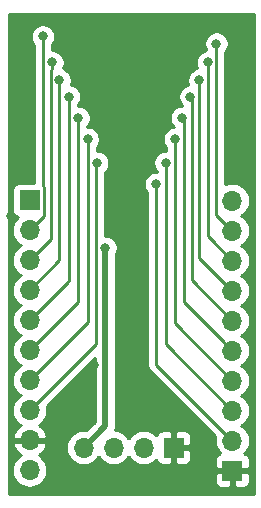
<source format=gbr>
G04 #@! TF.GenerationSoftware,KiCad,Pcbnew,(5.1.4-0)*
G04 #@! TF.CreationDate,2021-09-04T14:31:52+08:00*
G04 #@! TF.ProjectId,esp32-c3-breakout,65737033-322d-4633-932d-627265616b6f,V1.0*
G04 #@! TF.SameCoordinates,Original*
G04 #@! TF.FileFunction,Copper,L2,Bot*
G04 #@! TF.FilePolarity,Positive*
%FSLAX46Y46*%
G04 Gerber Fmt 4.6, Leading zero omitted, Abs format (unit mm)*
G04 Created by KiCad (PCBNEW (5.1.4-0)) date 2021-09-04 14:31:52*
%MOMM*%
%LPD*%
G04 APERTURE LIST*
%ADD10R,1.700000X1.700000*%
%ADD11O,1.700000X1.700000*%
%ADD12C,0.800000*%
%ADD13C,0.500000*%
%ADD14C,0.250000*%
%ADD15C,0.254000*%
G04 APERTURE END LIST*
D10*
X199390000Y-84455000D03*
D11*
X199390000Y-86995000D03*
X199390000Y-89535000D03*
X199390000Y-92075000D03*
X199390000Y-94615000D03*
X199390000Y-97155000D03*
X199390000Y-99695000D03*
X199390000Y-102235000D03*
X199390000Y-104775000D03*
X199390000Y-107315000D03*
X216535000Y-84492000D03*
X216535000Y-87032000D03*
X216535000Y-89572000D03*
X216535000Y-92112000D03*
X216535000Y-94652000D03*
X216535000Y-97192000D03*
X216535000Y-99732000D03*
X216535000Y-102272000D03*
X216535000Y-104812000D03*
D10*
X216535000Y-107352000D03*
X211582000Y-105410000D03*
D11*
X209042000Y-105410000D03*
X206502000Y-105410000D03*
X203962000Y-105410000D03*
D12*
X199200000Y-82300000D03*
X203000000Y-69500000D03*
X206000000Y-69500000D03*
X209000000Y-69500000D03*
X214500000Y-69500000D03*
X206200000Y-82200000D03*
X207851000Y-91899000D03*
X201800000Y-103600000D03*
X213600000Y-103600000D03*
X210000000Y-99900000D03*
X204800000Y-98400000D03*
X209300000Y-82200000D03*
X209100000Y-72300000D03*
X209000000Y-79000000D03*
X211800000Y-69500000D03*
X201700000Y-109100000D03*
X213800000Y-109100000D03*
X207800000Y-109100000D03*
X216800000Y-82300000D03*
X218100000Y-85800000D03*
X197800000Y-85800000D03*
X205800000Y-88500000D03*
X200500000Y-70600000D03*
X205100000Y-81300000D03*
X201300000Y-72800000D03*
X201900000Y-74300000D03*
X202700000Y-75700000D03*
X203500000Y-77500000D03*
X204300000Y-79300000D03*
X215200000Y-71200000D03*
X214475000Y-72800000D03*
X213750000Y-74300000D03*
X213000000Y-75700000D03*
X212300000Y-77500000D03*
X211700000Y-79300000D03*
X210900000Y-81300000D03*
X210100000Y-83100000D03*
D13*
X205800000Y-103572000D02*
X203962000Y-105410000D01*
X205800000Y-88500000D02*
X205800000Y-103572000D01*
D14*
X200239999Y-86145001D02*
X199390000Y-86995000D01*
X200565001Y-85819999D02*
X200239999Y-86145001D01*
X200565001Y-83344999D02*
X200565001Y-85819999D01*
X200500001Y-83279999D02*
X200565001Y-83344999D01*
X200500000Y-70600000D02*
X200500001Y-83279999D01*
X200239999Y-101385001D02*
X199390000Y-102235000D01*
X205000000Y-96625000D02*
X199390000Y-102235000D01*
X205000000Y-81300000D02*
X205000000Y-96625000D01*
X201200000Y-87725000D02*
X199390000Y-89535000D01*
X201174999Y-87699999D02*
X201200000Y-87725000D01*
X201174999Y-73690686D02*
X201174999Y-87699999D01*
X201200000Y-73665685D02*
X201174999Y-73690686D01*
X201200000Y-73465685D02*
X201200000Y-73665685D01*
X201300000Y-73365685D02*
X201200000Y-73465685D01*
X201300000Y-72800000D02*
X201300000Y-73365685D01*
X201900000Y-89565000D02*
X201900000Y-74300000D01*
X199390000Y-92075000D02*
X201900000Y-89565000D01*
X202600000Y-91405000D02*
X199390000Y-94615000D01*
X202700000Y-75700000D02*
X202700000Y-91305000D01*
X203500000Y-93045000D02*
X199390000Y-97155000D01*
X203500000Y-77500000D02*
X203500000Y-93045000D01*
X204200000Y-94885000D02*
X204092500Y-94992500D01*
X204300000Y-94785000D02*
X199390000Y-99695000D01*
X204300000Y-79300000D02*
X204300000Y-94785000D01*
X215200000Y-85697000D02*
X216535000Y-87032000D01*
X215200000Y-71200000D02*
X215200000Y-85697000D01*
X214475000Y-87512000D02*
X214831500Y-87868500D01*
X214475000Y-72800000D02*
X214475000Y-87512000D01*
X216535000Y-89572000D02*
X214831500Y-87868500D01*
X213750000Y-89327000D02*
X213750000Y-74300000D01*
X216535000Y-92112000D02*
X213750000Y-89327000D01*
X213100000Y-91217000D02*
X216535000Y-94652000D01*
X213100000Y-75700000D02*
X213100000Y-91217000D01*
X212425001Y-93082001D02*
X215685001Y-96342001D01*
X215685001Y-96342001D02*
X216535000Y-97192000D01*
X212425001Y-77525001D02*
X212425001Y-93082001D01*
X212400000Y-77500000D02*
X212425001Y-77525001D01*
X211700000Y-94897000D02*
X216535000Y-99732000D01*
X211700000Y-79300000D02*
X211700000Y-94897000D01*
X210900000Y-96637000D02*
X216535000Y-102272000D01*
X210900000Y-81300000D02*
X210900000Y-96637000D01*
X210100000Y-98377000D02*
X216535000Y-104812000D01*
X210100000Y-83100000D02*
X210100000Y-98377000D01*
D15*
G36*
X218340000Y-109340000D02*
G01*
X197660000Y-109340000D01*
X197660000Y-107315000D01*
X197897815Y-107315000D01*
X197926487Y-107606111D01*
X198011401Y-107886034D01*
X198149294Y-108144014D01*
X198334866Y-108370134D01*
X198560986Y-108555706D01*
X198818966Y-108693599D01*
X199098889Y-108778513D01*
X199317050Y-108800000D01*
X199462950Y-108800000D01*
X199681111Y-108778513D01*
X199961034Y-108693599D01*
X200219014Y-108555706D01*
X200445134Y-108370134D01*
X200583118Y-108202000D01*
X215046928Y-108202000D01*
X215059188Y-108326482D01*
X215095498Y-108446180D01*
X215154463Y-108556494D01*
X215233815Y-108653185D01*
X215330506Y-108732537D01*
X215440820Y-108791502D01*
X215560518Y-108827812D01*
X215685000Y-108840072D01*
X216249250Y-108837000D01*
X216408000Y-108678250D01*
X216408000Y-107479000D01*
X216662000Y-107479000D01*
X216662000Y-108678250D01*
X216820750Y-108837000D01*
X217385000Y-108840072D01*
X217509482Y-108827812D01*
X217629180Y-108791502D01*
X217739494Y-108732537D01*
X217836185Y-108653185D01*
X217915537Y-108556494D01*
X217974502Y-108446180D01*
X218010812Y-108326482D01*
X218023072Y-108202000D01*
X218020000Y-107637750D01*
X217861250Y-107479000D01*
X216662000Y-107479000D01*
X216408000Y-107479000D01*
X215208750Y-107479000D01*
X215050000Y-107637750D01*
X215046928Y-108202000D01*
X200583118Y-108202000D01*
X200630706Y-108144014D01*
X200768599Y-107886034D01*
X200853513Y-107606111D01*
X200882185Y-107315000D01*
X200853513Y-107023889D01*
X200768599Y-106743966D01*
X200630706Y-106485986D01*
X200445134Y-106259866D01*
X200219014Y-106074294D01*
X200154477Y-106039799D01*
X200271355Y-105970178D01*
X200487588Y-105775269D01*
X200661641Y-105541920D01*
X200786825Y-105279099D01*
X200831476Y-105131890D01*
X200710155Y-104902000D01*
X199517000Y-104902000D01*
X199517000Y-104922000D01*
X199263000Y-104922000D01*
X199263000Y-104902000D01*
X198069845Y-104902000D01*
X197948524Y-105131890D01*
X197993175Y-105279099D01*
X198118359Y-105541920D01*
X198292412Y-105775269D01*
X198508645Y-105970178D01*
X198625523Y-106039799D01*
X198560986Y-106074294D01*
X198334866Y-106259866D01*
X198149294Y-106485986D01*
X198011401Y-106743966D01*
X197926487Y-107023889D01*
X197897815Y-107315000D01*
X197660000Y-107315000D01*
X197660000Y-86995000D01*
X197897815Y-86995000D01*
X197926487Y-87286111D01*
X198011401Y-87566034D01*
X198149294Y-87824014D01*
X198334866Y-88050134D01*
X198560986Y-88235706D01*
X198615791Y-88265000D01*
X198560986Y-88294294D01*
X198334866Y-88479866D01*
X198149294Y-88705986D01*
X198011401Y-88963966D01*
X197926487Y-89243889D01*
X197897815Y-89535000D01*
X197926487Y-89826111D01*
X198011401Y-90106034D01*
X198149294Y-90364014D01*
X198334866Y-90590134D01*
X198560986Y-90775706D01*
X198615791Y-90805000D01*
X198560986Y-90834294D01*
X198334866Y-91019866D01*
X198149294Y-91245986D01*
X198011401Y-91503966D01*
X197926487Y-91783889D01*
X197897815Y-92075000D01*
X197926487Y-92366111D01*
X198011401Y-92646034D01*
X198149294Y-92904014D01*
X198334866Y-93130134D01*
X198560986Y-93315706D01*
X198615791Y-93345000D01*
X198560986Y-93374294D01*
X198334866Y-93559866D01*
X198149294Y-93785986D01*
X198011401Y-94043966D01*
X197926487Y-94323889D01*
X197897815Y-94615000D01*
X197926487Y-94906111D01*
X198011401Y-95186034D01*
X198149294Y-95444014D01*
X198334866Y-95670134D01*
X198560986Y-95855706D01*
X198615791Y-95885000D01*
X198560986Y-95914294D01*
X198334866Y-96099866D01*
X198149294Y-96325986D01*
X198011401Y-96583966D01*
X197926487Y-96863889D01*
X197897815Y-97155000D01*
X197926487Y-97446111D01*
X198011401Y-97726034D01*
X198149294Y-97984014D01*
X198334866Y-98210134D01*
X198560986Y-98395706D01*
X198615791Y-98425000D01*
X198560986Y-98454294D01*
X198334866Y-98639866D01*
X198149294Y-98865986D01*
X198011401Y-99123966D01*
X197926487Y-99403889D01*
X197897815Y-99695000D01*
X197926487Y-99986111D01*
X198011401Y-100266034D01*
X198149294Y-100524014D01*
X198334866Y-100750134D01*
X198560986Y-100935706D01*
X198615791Y-100965000D01*
X198560986Y-100994294D01*
X198334866Y-101179866D01*
X198149294Y-101405986D01*
X198011401Y-101663966D01*
X197926487Y-101943889D01*
X197897815Y-102235000D01*
X197926487Y-102526111D01*
X198011401Y-102806034D01*
X198149294Y-103064014D01*
X198334866Y-103290134D01*
X198560986Y-103475706D01*
X198625523Y-103510201D01*
X198508645Y-103579822D01*
X198292412Y-103774731D01*
X198118359Y-104008080D01*
X197993175Y-104270901D01*
X197948524Y-104418110D01*
X198069845Y-104648000D01*
X199263000Y-104648000D01*
X199263000Y-104628000D01*
X199517000Y-104628000D01*
X199517000Y-104648000D01*
X200710155Y-104648000D01*
X200831476Y-104418110D01*
X200786825Y-104270901D01*
X200661641Y-104008080D01*
X200487588Y-103774731D01*
X200271355Y-103579822D01*
X200154477Y-103510201D01*
X200219014Y-103475706D01*
X200445134Y-103290134D01*
X200630706Y-103064014D01*
X200768599Y-102806034D01*
X200853513Y-102526111D01*
X200882185Y-102235000D01*
X200853513Y-101943889D01*
X200830797Y-101869004D01*
X204915001Y-97784801D01*
X204915001Y-103205420D01*
X204181034Y-103939388D01*
X204034950Y-103925000D01*
X203889050Y-103925000D01*
X203670889Y-103946487D01*
X203390966Y-104031401D01*
X203132986Y-104169294D01*
X202906866Y-104354866D01*
X202721294Y-104580986D01*
X202583401Y-104838966D01*
X202498487Y-105118889D01*
X202469815Y-105410000D01*
X202498487Y-105701111D01*
X202583401Y-105981034D01*
X202721294Y-106239014D01*
X202906866Y-106465134D01*
X203132986Y-106650706D01*
X203390966Y-106788599D01*
X203670889Y-106873513D01*
X203889050Y-106895000D01*
X204034950Y-106895000D01*
X204253111Y-106873513D01*
X204533034Y-106788599D01*
X204791014Y-106650706D01*
X205017134Y-106465134D01*
X205202706Y-106239014D01*
X205232000Y-106184209D01*
X205261294Y-106239014D01*
X205446866Y-106465134D01*
X205672986Y-106650706D01*
X205930966Y-106788599D01*
X206210889Y-106873513D01*
X206429050Y-106895000D01*
X206574950Y-106895000D01*
X206793111Y-106873513D01*
X207073034Y-106788599D01*
X207331014Y-106650706D01*
X207557134Y-106465134D01*
X207742706Y-106239014D01*
X207772000Y-106184209D01*
X207801294Y-106239014D01*
X207986866Y-106465134D01*
X208212986Y-106650706D01*
X208470966Y-106788599D01*
X208750889Y-106873513D01*
X208969050Y-106895000D01*
X209114950Y-106895000D01*
X209333111Y-106873513D01*
X209613034Y-106788599D01*
X209871014Y-106650706D01*
X210097134Y-106465134D01*
X210121607Y-106435313D01*
X210142498Y-106504180D01*
X210201463Y-106614494D01*
X210280815Y-106711185D01*
X210377506Y-106790537D01*
X210487820Y-106849502D01*
X210607518Y-106885812D01*
X210732000Y-106898072D01*
X211296250Y-106895000D01*
X211455000Y-106736250D01*
X211455000Y-105537000D01*
X211709000Y-105537000D01*
X211709000Y-106736250D01*
X211867750Y-106895000D01*
X212432000Y-106898072D01*
X212556482Y-106885812D01*
X212676180Y-106849502D01*
X212786494Y-106790537D01*
X212883185Y-106711185D01*
X212962537Y-106614494D01*
X213021502Y-106504180D01*
X213057812Y-106384482D01*
X213070072Y-106260000D01*
X213067000Y-105695750D01*
X212908250Y-105537000D01*
X211709000Y-105537000D01*
X211455000Y-105537000D01*
X211435000Y-105537000D01*
X211435000Y-105283000D01*
X211455000Y-105283000D01*
X211455000Y-104083750D01*
X211709000Y-104083750D01*
X211709000Y-105283000D01*
X212908250Y-105283000D01*
X213067000Y-105124250D01*
X213070072Y-104560000D01*
X213057812Y-104435518D01*
X213021502Y-104315820D01*
X212962537Y-104205506D01*
X212883185Y-104108815D01*
X212786494Y-104029463D01*
X212676180Y-103970498D01*
X212556482Y-103934188D01*
X212432000Y-103921928D01*
X211867750Y-103925000D01*
X211709000Y-104083750D01*
X211455000Y-104083750D01*
X211296250Y-103925000D01*
X210732000Y-103921928D01*
X210607518Y-103934188D01*
X210487820Y-103970498D01*
X210377506Y-104029463D01*
X210280815Y-104108815D01*
X210201463Y-104205506D01*
X210142498Y-104315820D01*
X210121607Y-104384687D01*
X210097134Y-104354866D01*
X209871014Y-104169294D01*
X209613034Y-104031401D01*
X209333111Y-103946487D01*
X209114950Y-103925000D01*
X208969050Y-103925000D01*
X208750889Y-103946487D01*
X208470966Y-104031401D01*
X208212986Y-104169294D01*
X207986866Y-104354866D01*
X207801294Y-104580986D01*
X207772000Y-104635791D01*
X207742706Y-104580986D01*
X207557134Y-104354866D01*
X207331014Y-104169294D01*
X207073034Y-104031401D01*
X206793111Y-103946487D01*
X206612814Y-103928729D01*
X206616450Y-103921928D01*
X206621589Y-103912314D01*
X206672195Y-103745490D01*
X206673178Y-103735513D01*
X206685000Y-103615477D01*
X206685000Y-103615469D01*
X206689281Y-103572000D01*
X206685000Y-103528531D01*
X206685000Y-89038454D01*
X206717205Y-88990256D01*
X206795226Y-88801898D01*
X206835000Y-88601939D01*
X206835000Y-88398061D01*
X206795226Y-88198102D01*
X206717205Y-88009744D01*
X206603937Y-87840226D01*
X206459774Y-87696063D01*
X206290256Y-87582795D01*
X206101898Y-87504774D01*
X205901939Y-87465000D01*
X205760000Y-87465000D01*
X205760000Y-82998061D01*
X209065000Y-82998061D01*
X209065000Y-83201939D01*
X209104774Y-83401898D01*
X209182795Y-83590256D01*
X209296063Y-83759774D01*
X209340000Y-83803711D01*
X209340001Y-98339667D01*
X209336324Y-98377000D01*
X209340001Y-98414333D01*
X209350998Y-98525986D01*
X209364180Y-98569442D01*
X209394454Y-98669246D01*
X209465026Y-98801276D01*
X209518133Y-98865986D01*
X209560000Y-98917001D01*
X209588998Y-98940799D01*
X215094203Y-104446005D01*
X215071487Y-104520889D01*
X215042815Y-104812000D01*
X215071487Y-105103111D01*
X215156401Y-105383034D01*
X215294294Y-105641014D01*
X215479866Y-105867134D01*
X215509687Y-105891607D01*
X215440820Y-105912498D01*
X215330506Y-105971463D01*
X215233815Y-106050815D01*
X215154463Y-106147506D01*
X215095498Y-106257820D01*
X215059188Y-106377518D01*
X215046928Y-106502000D01*
X215050000Y-107066250D01*
X215208750Y-107225000D01*
X216408000Y-107225000D01*
X216408000Y-107205000D01*
X216662000Y-107205000D01*
X216662000Y-107225000D01*
X217861250Y-107225000D01*
X218020000Y-107066250D01*
X218023072Y-106502000D01*
X218010812Y-106377518D01*
X217974502Y-106257820D01*
X217915537Y-106147506D01*
X217836185Y-106050815D01*
X217739494Y-105971463D01*
X217629180Y-105912498D01*
X217560313Y-105891607D01*
X217590134Y-105867134D01*
X217775706Y-105641014D01*
X217913599Y-105383034D01*
X217998513Y-105103111D01*
X218027185Y-104812000D01*
X217998513Y-104520889D01*
X217913599Y-104240966D01*
X217775706Y-103982986D01*
X217590134Y-103756866D01*
X217364014Y-103571294D01*
X217309209Y-103542000D01*
X217364014Y-103512706D01*
X217590134Y-103327134D01*
X217775706Y-103101014D01*
X217913599Y-102843034D01*
X217998513Y-102563111D01*
X218027185Y-102272000D01*
X217998513Y-101980889D01*
X217913599Y-101700966D01*
X217775706Y-101442986D01*
X217590134Y-101216866D01*
X217364014Y-101031294D01*
X217309209Y-101002000D01*
X217364014Y-100972706D01*
X217590134Y-100787134D01*
X217775706Y-100561014D01*
X217913599Y-100303034D01*
X217998513Y-100023111D01*
X218027185Y-99732000D01*
X217998513Y-99440889D01*
X217913599Y-99160966D01*
X217775706Y-98902986D01*
X217590134Y-98676866D01*
X217364014Y-98491294D01*
X217309209Y-98462000D01*
X217364014Y-98432706D01*
X217590134Y-98247134D01*
X217775706Y-98021014D01*
X217913599Y-97763034D01*
X217998513Y-97483111D01*
X218027185Y-97192000D01*
X217998513Y-96900889D01*
X217913599Y-96620966D01*
X217775706Y-96362986D01*
X217590134Y-96136866D01*
X217364014Y-95951294D01*
X217309209Y-95922000D01*
X217364014Y-95892706D01*
X217590134Y-95707134D01*
X217775706Y-95481014D01*
X217913599Y-95223034D01*
X217998513Y-94943111D01*
X218027185Y-94652000D01*
X217998513Y-94360889D01*
X217913599Y-94080966D01*
X217775706Y-93822986D01*
X217590134Y-93596866D01*
X217364014Y-93411294D01*
X217309209Y-93382000D01*
X217364014Y-93352706D01*
X217590134Y-93167134D01*
X217775706Y-92941014D01*
X217913599Y-92683034D01*
X217998513Y-92403111D01*
X218027185Y-92112000D01*
X217998513Y-91820889D01*
X217913599Y-91540966D01*
X217775706Y-91282986D01*
X217590134Y-91056866D01*
X217364014Y-90871294D01*
X217309209Y-90842000D01*
X217364014Y-90812706D01*
X217590134Y-90627134D01*
X217775706Y-90401014D01*
X217913599Y-90143034D01*
X217998513Y-89863111D01*
X218027185Y-89572000D01*
X217998513Y-89280889D01*
X217913599Y-89000966D01*
X217775706Y-88742986D01*
X217590134Y-88516866D01*
X217364014Y-88331294D01*
X217309209Y-88302000D01*
X217364014Y-88272706D01*
X217590134Y-88087134D01*
X217775706Y-87861014D01*
X217913599Y-87603034D01*
X217998513Y-87323111D01*
X218027185Y-87032000D01*
X217998513Y-86740889D01*
X217913599Y-86460966D01*
X217775706Y-86202986D01*
X217590134Y-85976866D01*
X217364014Y-85791294D01*
X217309209Y-85762000D01*
X217364014Y-85732706D01*
X217590134Y-85547134D01*
X217775706Y-85321014D01*
X217913599Y-85063034D01*
X217998513Y-84783111D01*
X218027185Y-84492000D01*
X217998513Y-84200889D01*
X217913599Y-83920966D01*
X217775706Y-83662986D01*
X217590134Y-83436866D01*
X217364014Y-83251294D01*
X217106034Y-83113401D01*
X216826111Y-83028487D01*
X216607950Y-83007000D01*
X216462050Y-83007000D01*
X216243889Y-83028487D01*
X215963966Y-83113401D01*
X215960000Y-83115521D01*
X215960000Y-71903711D01*
X216003937Y-71859774D01*
X216117205Y-71690256D01*
X216195226Y-71501898D01*
X216235000Y-71301939D01*
X216235000Y-71098061D01*
X216195226Y-70898102D01*
X216117205Y-70709744D01*
X216003937Y-70540226D01*
X215859774Y-70396063D01*
X215690256Y-70282795D01*
X215501898Y-70204774D01*
X215301939Y-70165000D01*
X215098061Y-70165000D01*
X214898102Y-70204774D01*
X214709744Y-70282795D01*
X214540226Y-70396063D01*
X214396063Y-70540226D01*
X214282795Y-70709744D01*
X214204774Y-70898102D01*
X214165000Y-71098061D01*
X214165000Y-71301939D01*
X214204774Y-71501898D01*
X214282795Y-71690256D01*
X214337468Y-71772080D01*
X214173102Y-71804774D01*
X213984744Y-71882795D01*
X213815226Y-71996063D01*
X213671063Y-72140226D01*
X213557795Y-72309744D01*
X213479774Y-72498102D01*
X213440000Y-72698061D01*
X213440000Y-72901939D01*
X213479774Y-73101898D01*
X213555001Y-73283511D01*
X213448102Y-73304774D01*
X213259744Y-73382795D01*
X213090226Y-73496063D01*
X212946063Y-73640226D01*
X212832795Y-73809744D01*
X212754774Y-73998102D01*
X212715000Y-74198061D01*
X212715000Y-74401939D01*
X212754774Y-74601898D01*
X212789829Y-74686528D01*
X212698102Y-74704774D01*
X212509744Y-74782795D01*
X212340226Y-74896063D01*
X212196063Y-75040226D01*
X212082795Y-75209744D01*
X212004774Y-75398102D01*
X211965000Y-75598061D01*
X211965000Y-75801939D01*
X212004774Y-76001898D01*
X212082795Y-76190256D01*
X212196063Y-76359774D01*
X212301289Y-76465000D01*
X212198061Y-76465000D01*
X211998102Y-76504774D01*
X211809744Y-76582795D01*
X211640226Y-76696063D01*
X211496063Y-76840226D01*
X211382795Y-77009744D01*
X211304774Y-77198102D01*
X211265000Y-77398061D01*
X211265000Y-77601939D01*
X211304774Y-77801898D01*
X211382795Y-77990256D01*
X211496063Y-78159774D01*
X211601289Y-78265000D01*
X211598061Y-78265000D01*
X211398102Y-78304774D01*
X211209744Y-78382795D01*
X211040226Y-78496063D01*
X210896063Y-78640226D01*
X210782795Y-78809744D01*
X210704774Y-78998102D01*
X210665000Y-79198061D01*
X210665000Y-79401939D01*
X210704774Y-79601898D01*
X210782795Y-79790256D01*
X210896063Y-79959774D01*
X210940000Y-80003711D01*
X210940000Y-80265000D01*
X210798061Y-80265000D01*
X210598102Y-80304774D01*
X210409744Y-80382795D01*
X210240226Y-80496063D01*
X210096063Y-80640226D01*
X209982795Y-80809744D01*
X209904774Y-80998102D01*
X209865000Y-81198061D01*
X209865000Y-81401939D01*
X209904774Y-81601898D01*
X209982795Y-81790256D01*
X210096063Y-81959774D01*
X210140000Y-82003711D01*
X210140000Y-82065000D01*
X209998061Y-82065000D01*
X209798102Y-82104774D01*
X209609744Y-82182795D01*
X209440226Y-82296063D01*
X209296063Y-82440226D01*
X209182795Y-82609744D01*
X209104774Y-82798102D01*
X209065000Y-82998061D01*
X205760000Y-82998061D01*
X205760000Y-82103711D01*
X205903937Y-81959774D01*
X206017205Y-81790256D01*
X206095226Y-81601898D01*
X206135000Y-81401939D01*
X206135000Y-81198061D01*
X206095226Y-80998102D01*
X206017205Y-80809744D01*
X205903937Y-80640226D01*
X205759774Y-80496063D01*
X205590256Y-80382795D01*
X205401898Y-80304774D01*
X205201939Y-80265000D01*
X205060000Y-80265000D01*
X205060000Y-80003711D01*
X205103937Y-79959774D01*
X205217205Y-79790256D01*
X205295226Y-79601898D01*
X205335000Y-79401939D01*
X205335000Y-79198061D01*
X205295226Y-78998102D01*
X205217205Y-78809744D01*
X205103937Y-78640226D01*
X204959774Y-78496063D01*
X204790256Y-78382795D01*
X204601898Y-78304774D01*
X204401939Y-78265000D01*
X204260000Y-78265000D01*
X204260000Y-78203711D01*
X204303937Y-78159774D01*
X204417205Y-77990256D01*
X204495226Y-77801898D01*
X204535000Y-77601939D01*
X204535000Y-77398061D01*
X204495226Y-77198102D01*
X204417205Y-77009744D01*
X204303937Y-76840226D01*
X204159774Y-76696063D01*
X203990256Y-76582795D01*
X203801898Y-76504774D01*
X203601939Y-76465000D01*
X203460000Y-76465000D01*
X203460000Y-76403711D01*
X203503937Y-76359774D01*
X203617205Y-76190256D01*
X203695226Y-76001898D01*
X203735000Y-75801939D01*
X203735000Y-75598061D01*
X203695226Y-75398102D01*
X203617205Y-75209744D01*
X203503937Y-75040226D01*
X203359774Y-74896063D01*
X203190256Y-74782795D01*
X203001898Y-74704774D01*
X202863977Y-74677340D01*
X202895226Y-74601898D01*
X202935000Y-74401939D01*
X202935000Y-74198061D01*
X202895226Y-73998102D01*
X202817205Y-73809744D01*
X202703937Y-73640226D01*
X202559774Y-73496063D01*
X202390256Y-73382795D01*
X202206289Y-73306593D01*
X202217205Y-73290256D01*
X202295226Y-73101898D01*
X202335000Y-72901939D01*
X202335000Y-72698061D01*
X202295226Y-72498102D01*
X202217205Y-72309744D01*
X202103937Y-72140226D01*
X201959774Y-71996063D01*
X201790256Y-71882795D01*
X201601898Y-71804774D01*
X201401939Y-71765000D01*
X201259999Y-71765000D01*
X201259999Y-71303712D01*
X201303937Y-71259774D01*
X201417205Y-71090256D01*
X201495226Y-70901898D01*
X201535000Y-70701939D01*
X201535000Y-70498061D01*
X201495226Y-70298102D01*
X201417205Y-70109744D01*
X201303937Y-69940226D01*
X201159774Y-69796063D01*
X200990256Y-69682795D01*
X200801898Y-69604774D01*
X200601939Y-69565000D01*
X200398061Y-69565000D01*
X200198102Y-69604774D01*
X200009744Y-69682795D01*
X199840226Y-69796063D01*
X199696063Y-69940226D01*
X199582795Y-70109744D01*
X199504774Y-70298102D01*
X199465000Y-70498061D01*
X199465000Y-70701939D01*
X199504774Y-70901898D01*
X199582795Y-71090256D01*
X199696063Y-71259774D01*
X199740000Y-71303711D01*
X199740002Y-82966928D01*
X198540000Y-82966928D01*
X198415518Y-82979188D01*
X198295820Y-83015498D01*
X198185506Y-83074463D01*
X198088815Y-83153815D01*
X198009463Y-83250506D01*
X197950498Y-83360820D01*
X197914188Y-83480518D01*
X197901928Y-83605000D01*
X197901928Y-85305000D01*
X197914188Y-85429482D01*
X197950498Y-85549180D01*
X198009463Y-85659494D01*
X198088815Y-85756185D01*
X198185506Y-85835537D01*
X198295820Y-85894502D01*
X198364687Y-85915393D01*
X198334866Y-85939866D01*
X198149294Y-86165986D01*
X198011401Y-86423966D01*
X197926487Y-86703889D01*
X197897815Y-86995000D01*
X197660000Y-86995000D01*
X197660000Y-68660000D01*
X218340001Y-68660000D01*
X218340000Y-109340000D01*
X218340000Y-109340000D01*
G37*
X218340000Y-109340000D02*
X197660000Y-109340000D01*
X197660000Y-107315000D01*
X197897815Y-107315000D01*
X197926487Y-107606111D01*
X198011401Y-107886034D01*
X198149294Y-108144014D01*
X198334866Y-108370134D01*
X198560986Y-108555706D01*
X198818966Y-108693599D01*
X199098889Y-108778513D01*
X199317050Y-108800000D01*
X199462950Y-108800000D01*
X199681111Y-108778513D01*
X199961034Y-108693599D01*
X200219014Y-108555706D01*
X200445134Y-108370134D01*
X200583118Y-108202000D01*
X215046928Y-108202000D01*
X215059188Y-108326482D01*
X215095498Y-108446180D01*
X215154463Y-108556494D01*
X215233815Y-108653185D01*
X215330506Y-108732537D01*
X215440820Y-108791502D01*
X215560518Y-108827812D01*
X215685000Y-108840072D01*
X216249250Y-108837000D01*
X216408000Y-108678250D01*
X216408000Y-107479000D01*
X216662000Y-107479000D01*
X216662000Y-108678250D01*
X216820750Y-108837000D01*
X217385000Y-108840072D01*
X217509482Y-108827812D01*
X217629180Y-108791502D01*
X217739494Y-108732537D01*
X217836185Y-108653185D01*
X217915537Y-108556494D01*
X217974502Y-108446180D01*
X218010812Y-108326482D01*
X218023072Y-108202000D01*
X218020000Y-107637750D01*
X217861250Y-107479000D01*
X216662000Y-107479000D01*
X216408000Y-107479000D01*
X215208750Y-107479000D01*
X215050000Y-107637750D01*
X215046928Y-108202000D01*
X200583118Y-108202000D01*
X200630706Y-108144014D01*
X200768599Y-107886034D01*
X200853513Y-107606111D01*
X200882185Y-107315000D01*
X200853513Y-107023889D01*
X200768599Y-106743966D01*
X200630706Y-106485986D01*
X200445134Y-106259866D01*
X200219014Y-106074294D01*
X200154477Y-106039799D01*
X200271355Y-105970178D01*
X200487588Y-105775269D01*
X200661641Y-105541920D01*
X200786825Y-105279099D01*
X200831476Y-105131890D01*
X200710155Y-104902000D01*
X199517000Y-104902000D01*
X199517000Y-104922000D01*
X199263000Y-104922000D01*
X199263000Y-104902000D01*
X198069845Y-104902000D01*
X197948524Y-105131890D01*
X197993175Y-105279099D01*
X198118359Y-105541920D01*
X198292412Y-105775269D01*
X198508645Y-105970178D01*
X198625523Y-106039799D01*
X198560986Y-106074294D01*
X198334866Y-106259866D01*
X198149294Y-106485986D01*
X198011401Y-106743966D01*
X197926487Y-107023889D01*
X197897815Y-107315000D01*
X197660000Y-107315000D01*
X197660000Y-86995000D01*
X197897815Y-86995000D01*
X197926487Y-87286111D01*
X198011401Y-87566034D01*
X198149294Y-87824014D01*
X198334866Y-88050134D01*
X198560986Y-88235706D01*
X198615791Y-88265000D01*
X198560986Y-88294294D01*
X198334866Y-88479866D01*
X198149294Y-88705986D01*
X198011401Y-88963966D01*
X197926487Y-89243889D01*
X197897815Y-89535000D01*
X197926487Y-89826111D01*
X198011401Y-90106034D01*
X198149294Y-90364014D01*
X198334866Y-90590134D01*
X198560986Y-90775706D01*
X198615791Y-90805000D01*
X198560986Y-90834294D01*
X198334866Y-91019866D01*
X198149294Y-91245986D01*
X198011401Y-91503966D01*
X197926487Y-91783889D01*
X197897815Y-92075000D01*
X197926487Y-92366111D01*
X198011401Y-92646034D01*
X198149294Y-92904014D01*
X198334866Y-93130134D01*
X198560986Y-93315706D01*
X198615791Y-93345000D01*
X198560986Y-93374294D01*
X198334866Y-93559866D01*
X198149294Y-93785986D01*
X198011401Y-94043966D01*
X197926487Y-94323889D01*
X197897815Y-94615000D01*
X197926487Y-94906111D01*
X198011401Y-95186034D01*
X198149294Y-95444014D01*
X198334866Y-95670134D01*
X198560986Y-95855706D01*
X198615791Y-95885000D01*
X198560986Y-95914294D01*
X198334866Y-96099866D01*
X198149294Y-96325986D01*
X198011401Y-96583966D01*
X197926487Y-96863889D01*
X197897815Y-97155000D01*
X197926487Y-97446111D01*
X198011401Y-97726034D01*
X198149294Y-97984014D01*
X198334866Y-98210134D01*
X198560986Y-98395706D01*
X198615791Y-98425000D01*
X198560986Y-98454294D01*
X198334866Y-98639866D01*
X198149294Y-98865986D01*
X198011401Y-99123966D01*
X197926487Y-99403889D01*
X197897815Y-99695000D01*
X197926487Y-99986111D01*
X198011401Y-100266034D01*
X198149294Y-100524014D01*
X198334866Y-100750134D01*
X198560986Y-100935706D01*
X198615791Y-100965000D01*
X198560986Y-100994294D01*
X198334866Y-101179866D01*
X198149294Y-101405986D01*
X198011401Y-101663966D01*
X197926487Y-101943889D01*
X197897815Y-102235000D01*
X197926487Y-102526111D01*
X198011401Y-102806034D01*
X198149294Y-103064014D01*
X198334866Y-103290134D01*
X198560986Y-103475706D01*
X198625523Y-103510201D01*
X198508645Y-103579822D01*
X198292412Y-103774731D01*
X198118359Y-104008080D01*
X197993175Y-104270901D01*
X197948524Y-104418110D01*
X198069845Y-104648000D01*
X199263000Y-104648000D01*
X199263000Y-104628000D01*
X199517000Y-104628000D01*
X199517000Y-104648000D01*
X200710155Y-104648000D01*
X200831476Y-104418110D01*
X200786825Y-104270901D01*
X200661641Y-104008080D01*
X200487588Y-103774731D01*
X200271355Y-103579822D01*
X200154477Y-103510201D01*
X200219014Y-103475706D01*
X200445134Y-103290134D01*
X200630706Y-103064014D01*
X200768599Y-102806034D01*
X200853513Y-102526111D01*
X200882185Y-102235000D01*
X200853513Y-101943889D01*
X200830797Y-101869004D01*
X204915001Y-97784801D01*
X204915001Y-103205420D01*
X204181034Y-103939388D01*
X204034950Y-103925000D01*
X203889050Y-103925000D01*
X203670889Y-103946487D01*
X203390966Y-104031401D01*
X203132986Y-104169294D01*
X202906866Y-104354866D01*
X202721294Y-104580986D01*
X202583401Y-104838966D01*
X202498487Y-105118889D01*
X202469815Y-105410000D01*
X202498487Y-105701111D01*
X202583401Y-105981034D01*
X202721294Y-106239014D01*
X202906866Y-106465134D01*
X203132986Y-106650706D01*
X203390966Y-106788599D01*
X203670889Y-106873513D01*
X203889050Y-106895000D01*
X204034950Y-106895000D01*
X204253111Y-106873513D01*
X204533034Y-106788599D01*
X204791014Y-106650706D01*
X205017134Y-106465134D01*
X205202706Y-106239014D01*
X205232000Y-106184209D01*
X205261294Y-106239014D01*
X205446866Y-106465134D01*
X205672986Y-106650706D01*
X205930966Y-106788599D01*
X206210889Y-106873513D01*
X206429050Y-106895000D01*
X206574950Y-106895000D01*
X206793111Y-106873513D01*
X207073034Y-106788599D01*
X207331014Y-106650706D01*
X207557134Y-106465134D01*
X207742706Y-106239014D01*
X207772000Y-106184209D01*
X207801294Y-106239014D01*
X207986866Y-106465134D01*
X208212986Y-106650706D01*
X208470966Y-106788599D01*
X208750889Y-106873513D01*
X208969050Y-106895000D01*
X209114950Y-106895000D01*
X209333111Y-106873513D01*
X209613034Y-106788599D01*
X209871014Y-106650706D01*
X210097134Y-106465134D01*
X210121607Y-106435313D01*
X210142498Y-106504180D01*
X210201463Y-106614494D01*
X210280815Y-106711185D01*
X210377506Y-106790537D01*
X210487820Y-106849502D01*
X210607518Y-106885812D01*
X210732000Y-106898072D01*
X211296250Y-106895000D01*
X211455000Y-106736250D01*
X211455000Y-105537000D01*
X211709000Y-105537000D01*
X211709000Y-106736250D01*
X211867750Y-106895000D01*
X212432000Y-106898072D01*
X212556482Y-106885812D01*
X212676180Y-106849502D01*
X212786494Y-106790537D01*
X212883185Y-106711185D01*
X212962537Y-106614494D01*
X213021502Y-106504180D01*
X213057812Y-106384482D01*
X213070072Y-106260000D01*
X213067000Y-105695750D01*
X212908250Y-105537000D01*
X211709000Y-105537000D01*
X211455000Y-105537000D01*
X211435000Y-105537000D01*
X211435000Y-105283000D01*
X211455000Y-105283000D01*
X211455000Y-104083750D01*
X211709000Y-104083750D01*
X211709000Y-105283000D01*
X212908250Y-105283000D01*
X213067000Y-105124250D01*
X213070072Y-104560000D01*
X213057812Y-104435518D01*
X213021502Y-104315820D01*
X212962537Y-104205506D01*
X212883185Y-104108815D01*
X212786494Y-104029463D01*
X212676180Y-103970498D01*
X212556482Y-103934188D01*
X212432000Y-103921928D01*
X211867750Y-103925000D01*
X211709000Y-104083750D01*
X211455000Y-104083750D01*
X211296250Y-103925000D01*
X210732000Y-103921928D01*
X210607518Y-103934188D01*
X210487820Y-103970498D01*
X210377506Y-104029463D01*
X210280815Y-104108815D01*
X210201463Y-104205506D01*
X210142498Y-104315820D01*
X210121607Y-104384687D01*
X210097134Y-104354866D01*
X209871014Y-104169294D01*
X209613034Y-104031401D01*
X209333111Y-103946487D01*
X209114950Y-103925000D01*
X208969050Y-103925000D01*
X208750889Y-103946487D01*
X208470966Y-104031401D01*
X208212986Y-104169294D01*
X207986866Y-104354866D01*
X207801294Y-104580986D01*
X207772000Y-104635791D01*
X207742706Y-104580986D01*
X207557134Y-104354866D01*
X207331014Y-104169294D01*
X207073034Y-104031401D01*
X206793111Y-103946487D01*
X206612814Y-103928729D01*
X206616450Y-103921928D01*
X206621589Y-103912314D01*
X206672195Y-103745490D01*
X206673178Y-103735513D01*
X206685000Y-103615477D01*
X206685000Y-103615469D01*
X206689281Y-103572000D01*
X206685000Y-103528531D01*
X206685000Y-89038454D01*
X206717205Y-88990256D01*
X206795226Y-88801898D01*
X206835000Y-88601939D01*
X206835000Y-88398061D01*
X206795226Y-88198102D01*
X206717205Y-88009744D01*
X206603937Y-87840226D01*
X206459774Y-87696063D01*
X206290256Y-87582795D01*
X206101898Y-87504774D01*
X205901939Y-87465000D01*
X205760000Y-87465000D01*
X205760000Y-82998061D01*
X209065000Y-82998061D01*
X209065000Y-83201939D01*
X209104774Y-83401898D01*
X209182795Y-83590256D01*
X209296063Y-83759774D01*
X209340000Y-83803711D01*
X209340001Y-98339667D01*
X209336324Y-98377000D01*
X209340001Y-98414333D01*
X209350998Y-98525986D01*
X209364180Y-98569442D01*
X209394454Y-98669246D01*
X209465026Y-98801276D01*
X209518133Y-98865986D01*
X209560000Y-98917001D01*
X209588998Y-98940799D01*
X215094203Y-104446005D01*
X215071487Y-104520889D01*
X215042815Y-104812000D01*
X215071487Y-105103111D01*
X215156401Y-105383034D01*
X215294294Y-105641014D01*
X215479866Y-105867134D01*
X215509687Y-105891607D01*
X215440820Y-105912498D01*
X215330506Y-105971463D01*
X215233815Y-106050815D01*
X215154463Y-106147506D01*
X215095498Y-106257820D01*
X215059188Y-106377518D01*
X215046928Y-106502000D01*
X215050000Y-107066250D01*
X215208750Y-107225000D01*
X216408000Y-107225000D01*
X216408000Y-107205000D01*
X216662000Y-107205000D01*
X216662000Y-107225000D01*
X217861250Y-107225000D01*
X218020000Y-107066250D01*
X218023072Y-106502000D01*
X218010812Y-106377518D01*
X217974502Y-106257820D01*
X217915537Y-106147506D01*
X217836185Y-106050815D01*
X217739494Y-105971463D01*
X217629180Y-105912498D01*
X217560313Y-105891607D01*
X217590134Y-105867134D01*
X217775706Y-105641014D01*
X217913599Y-105383034D01*
X217998513Y-105103111D01*
X218027185Y-104812000D01*
X217998513Y-104520889D01*
X217913599Y-104240966D01*
X217775706Y-103982986D01*
X217590134Y-103756866D01*
X217364014Y-103571294D01*
X217309209Y-103542000D01*
X217364014Y-103512706D01*
X217590134Y-103327134D01*
X217775706Y-103101014D01*
X217913599Y-102843034D01*
X217998513Y-102563111D01*
X218027185Y-102272000D01*
X217998513Y-101980889D01*
X217913599Y-101700966D01*
X217775706Y-101442986D01*
X217590134Y-101216866D01*
X217364014Y-101031294D01*
X217309209Y-101002000D01*
X217364014Y-100972706D01*
X217590134Y-100787134D01*
X217775706Y-100561014D01*
X217913599Y-100303034D01*
X217998513Y-100023111D01*
X218027185Y-99732000D01*
X217998513Y-99440889D01*
X217913599Y-99160966D01*
X217775706Y-98902986D01*
X217590134Y-98676866D01*
X217364014Y-98491294D01*
X217309209Y-98462000D01*
X217364014Y-98432706D01*
X217590134Y-98247134D01*
X217775706Y-98021014D01*
X217913599Y-97763034D01*
X217998513Y-97483111D01*
X218027185Y-97192000D01*
X217998513Y-96900889D01*
X217913599Y-96620966D01*
X217775706Y-96362986D01*
X217590134Y-96136866D01*
X217364014Y-95951294D01*
X217309209Y-95922000D01*
X217364014Y-95892706D01*
X217590134Y-95707134D01*
X217775706Y-95481014D01*
X217913599Y-95223034D01*
X217998513Y-94943111D01*
X218027185Y-94652000D01*
X217998513Y-94360889D01*
X217913599Y-94080966D01*
X217775706Y-93822986D01*
X217590134Y-93596866D01*
X217364014Y-93411294D01*
X217309209Y-93382000D01*
X217364014Y-93352706D01*
X217590134Y-93167134D01*
X217775706Y-92941014D01*
X217913599Y-92683034D01*
X217998513Y-92403111D01*
X218027185Y-92112000D01*
X217998513Y-91820889D01*
X217913599Y-91540966D01*
X217775706Y-91282986D01*
X217590134Y-91056866D01*
X217364014Y-90871294D01*
X217309209Y-90842000D01*
X217364014Y-90812706D01*
X217590134Y-90627134D01*
X217775706Y-90401014D01*
X217913599Y-90143034D01*
X217998513Y-89863111D01*
X218027185Y-89572000D01*
X217998513Y-89280889D01*
X217913599Y-89000966D01*
X217775706Y-88742986D01*
X217590134Y-88516866D01*
X217364014Y-88331294D01*
X217309209Y-88302000D01*
X217364014Y-88272706D01*
X217590134Y-88087134D01*
X217775706Y-87861014D01*
X217913599Y-87603034D01*
X217998513Y-87323111D01*
X218027185Y-87032000D01*
X217998513Y-86740889D01*
X217913599Y-86460966D01*
X217775706Y-86202986D01*
X217590134Y-85976866D01*
X217364014Y-85791294D01*
X217309209Y-85762000D01*
X217364014Y-85732706D01*
X217590134Y-85547134D01*
X217775706Y-85321014D01*
X217913599Y-85063034D01*
X217998513Y-84783111D01*
X218027185Y-84492000D01*
X217998513Y-84200889D01*
X217913599Y-83920966D01*
X217775706Y-83662986D01*
X217590134Y-83436866D01*
X217364014Y-83251294D01*
X217106034Y-83113401D01*
X216826111Y-83028487D01*
X216607950Y-83007000D01*
X216462050Y-83007000D01*
X216243889Y-83028487D01*
X215963966Y-83113401D01*
X215960000Y-83115521D01*
X215960000Y-71903711D01*
X216003937Y-71859774D01*
X216117205Y-71690256D01*
X216195226Y-71501898D01*
X216235000Y-71301939D01*
X216235000Y-71098061D01*
X216195226Y-70898102D01*
X216117205Y-70709744D01*
X216003937Y-70540226D01*
X215859774Y-70396063D01*
X215690256Y-70282795D01*
X215501898Y-70204774D01*
X215301939Y-70165000D01*
X215098061Y-70165000D01*
X214898102Y-70204774D01*
X214709744Y-70282795D01*
X214540226Y-70396063D01*
X214396063Y-70540226D01*
X214282795Y-70709744D01*
X214204774Y-70898102D01*
X214165000Y-71098061D01*
X214165000Y-71301939D01*
X214204774Y-71501898D01*
X214282795Y-71690256D01*
X214337468Y-71772080D01*
X214173102Y-71804774D01*
X213984744Y-71882795D01*
X213815226Y-71996063D01*
X213671063Y-72140226D01*
X213557795Y-72309744D01*
X213479774Y-72498102D01*
X213440000Y-72698061D01*
X213440000Y-72901939D01*
X213479774Y-73101898D01*
X213555001Y-73283511D01*
X213448102Y-73304774D01*
X213259744Y-73382795D01*
X213090226Y-73496063D01*
X212946063Y-73640226D01*
X212832795Y-73809744D01*
X212754774Y-73998102D01*
X212715000Y-74198061D01*
X212715000Y-74401939D01*
X212754774Y-74601898D01*
X212789829Y-74686528D01*
X212698102Y-74704774D01*
X212509744Y-74782795D01*
X212340226Y-74896063D01*
X212196063Y-75040226D01*
X212082795Y-75209744D01*
X212004774Y-75398102D01*
X211965000Y-75598061D01*
X211965000Y-75801939D01*
X212004774Y-76001898D01*
X212082795Y-76190256D01*
X212196063Y-76359774D01*
X212301289Y-76465000D01*
X212198061Y-76465000D01*
X211998102Y-76504774D01*
X211809744Y-76582795D01*
X211640226Y-76696063D01*
X211496063Y-76840226D01*
X211382795Y-77009744D01*
X211304774Y-77198102D01*
X211265000Y-77398061D01*
X211265000Y-77601939D01*
X211304774Y-77801898D01*
X211382795Y-77990256D01*
X211496063Y-78159774D01*
X211601289Y-78265000D01*
X211598061Y-78265000D01*
X211398102Y-78304774D01*
X211209744Y-78382795D01*
X211040226Y-78496063D01*
X210896063Y-78640226D01*
X210782795Y-78809744D01*
X210704774Y-78998102D01*
X210665000Y-79198061D01*
X210665000Y-79401939D01*
X210704774Y-79601898D01*
X210782795Y-79790256D01*
X210896063Y-79959774D01*
X210940000Y-80003711D01*
X210940000Y-80265000D01*
X210798061Y-80265000D01*
X210598102Y-80304774D01*
X210409744Y-80382795D01*
X210240226Y-80496063D01*
X210096063Y-80640226D01*
X209982795Y-80809744D01*
X209904774Y-80998102D01*
X209865000Y-81198061D01*
X209865000Y-81401939D01*
X209904774Y-81601898D01*
X209982795Y-81790256D01*
X210096063Y-81959774D01*
X210140000Y-82003711D01*
X210140000Y-82065000D01*
X209998061Y-82065000D01*
X209798102Y-82104774D01*
X209609744Y-82182795D01*
X209440226Y-82296063D01*
X209296063Y-82440226D01*
X209182795Y-82609744D01*
X209104774Y-82798102D01*
X209065000Y-82998061D01*
X205760000Y-82998061D01*
X205760000Y-82103711D01*
X205903937Y-81959774D01*
X206017205Y-81790256D01*
X206095226Y-81601898D01*
X206135000Y-81401939D01*
X206135000Y-81198061D01*
X206095226Y-80998102D01*
X206017205Y-80809744D01*
X205903937Y-80640226D01*
X205759774Y-80496063D01*
X205590256Y-80382795D01*
X205401898Y-80304774D01*
X205201939Y-80265000D01*
X205060000Y-80265000D01*
X205060000Y-80003711D01*
X205103937Y-79959774D01*
X205217205Y-79790256D01*
X205295226Y-79601898D01*
X205335000Y-79401939D01*
X205335000Y-79198061D01*
X205295226Y-78998102D01*
X205217205Y-78809744D01*
X205103937Y-78640226D01*
X204959774Y-78496063D01*
X204790256Y-78382795D01*
X204601898Y-78304774D01*
X204401939Y-78265000D01*
X204260000Y-78265000D01*
X204260000Y-78203711D01*
X204303937Y-78159774D01*
X204417205Y-77990256D01*
X204495226Y-77801898D01*
X204535000Y-77601939D01*
X204535000Y-77398061D01*
X204495226Y-77198102D01*
X204417205Y-77009744D01*
X204303937Y-76840226D01*
X204159774Y-76696063D01*
X203990256Y-76582795D01*
X203801898Y-76504774D01*
X203601939Y-76465000D01*
X203460000Y-76465000D01*
X203460000Y-76403711D01*
X203503937Y-76359774D01*
X203617205Y-76190256D01*
X203695226Y-76001898D01*
X203735000Y-75801939D01*
X203735000Y-75598061D01*
X203695226Y-75398102D01*
X203617205Y-75209744D01*
X203503937Y-75040226D01*
X203359774Y-74896063D01*
X203190256Y-74782795D01*
X203001898Y-74704774D01*
X202863977Y-74677340D01*
X202895226Y-74601898D01*
X202935000Y-74401939D01*
X202935000Y-74198061D01*
X202895226Y-73998102D01*
X202817205Y-73809744D01*
X202703937Y-73640226D01*
X202559774Y-73496063D01*
X202390256Y-73382795D01*
X202206289Y-73306593D01*
X202217205Y-73290256D01*
X202295226Y-73101898D01*
X202335000Y-72901939D01*
X202335000Y-72698061D01*
X202295226Y-72498102D01*
X202217205Y-72309744D01*
X202103937Y-72140226D01*
X201959774Y-71996063D01*
X201790256Y-71882795D01*
X201601898Y-71804774D01*
X201401939Y-71765000D01*
X201259999Y-71765000D01*
X201259999Y-71303712D01*
X201303937Y-71259774D01*
X201417205Y-71090256D01*
X201495226Y-70901898D01*
X201535000Y-70701939D01*
X201535000Y-70498061D01*
X201495226Y-70298102D01*
X201417205Y-70109744D01*
X201303937Y-69940226D01*
X201159774Y-69796063D01*
X200990256Y-69682795D01*
X200801898Y-69604774D01*
X200601939Y-69565000D01*
X200398061Y-69565000D01*
X200198102Y-69604774D01*
X200009744Y-69682795D01*
X199840226Y-69796063D01*
X199696063Y-69940226D01*
X199582795Y-70109744D01*
X199504774Y-70298102D01*
X199465000Y-70498061D01*
X199465000Y-70701939D01*
X199504774Y-70901898D01*
X199582795Y-71090256D01*
X199696063Y-71259774D01*
X199740000Y-71303711D01*
X199740002Y-82966928D01*
X198540000Y-82966928D01*
X198415518Y-82979188D01*
X198295820Y-83015498D01*
X198185506Y-83074463D01*
X198088815Y-83153815D01*
X198009463Y-83250506D01*
X197950498Y-83360820D01*
X197914188Y-83480518D01*
X197901928Y-83605000D01*
X197901928Y-85305000D01*
X197914188Y-85429482D01*
X197950498Y-85549180D01*
X198009463Y-85659494D01*
X198088815Y-85756185D01*
X198185506Y-85835537D01*
X198295820Y-85894502D01*
X198364687Y-85915393D01*
X198334866Y-85939866D01*
X198149294Y-86165986D01*
X198011401Y-86423966D01*
X197926487Y-86703889D01*
X197897815Y-86995000D01*
X197660000Y-86995000D01*
X197660000Y-68660000D01*
X218340001Y-68660000D01*
X218340000Y-109340000D01*
M02*

</source>
